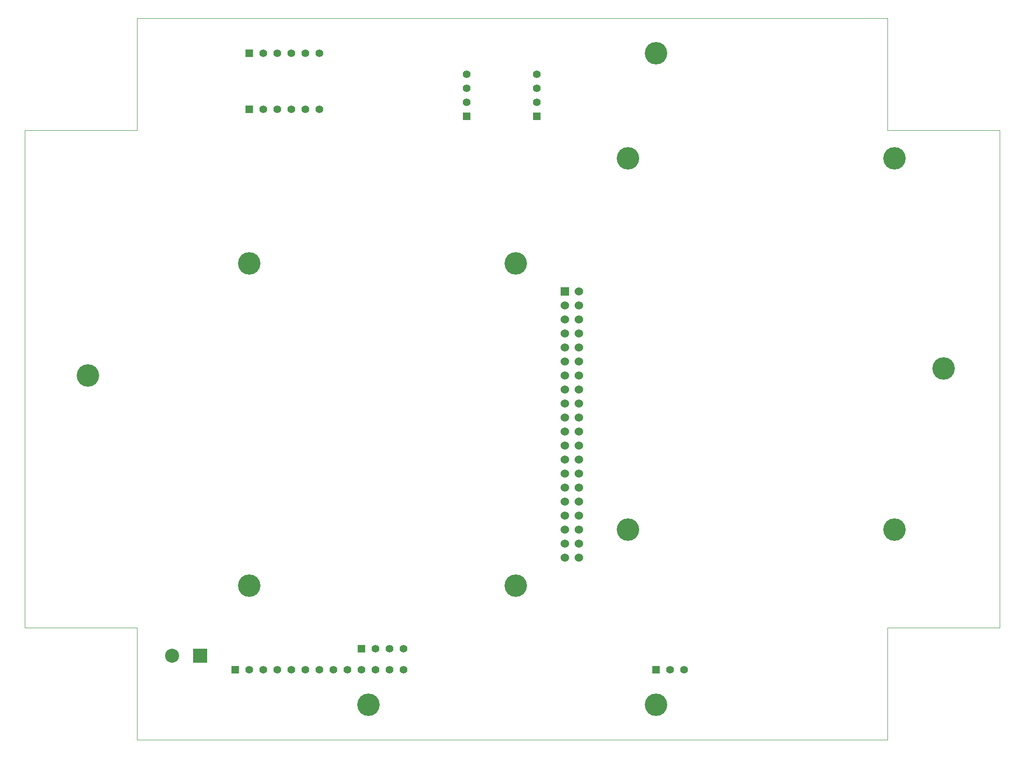
<source format=gbr>
G04 #@! TF.FileFunction,Soldermask,Top*
%FSLAX46Y46*%
G04 Gerber Fmt 4.6, Leading zero omitted, Abs format (unit mm)*
G04 Created by KiCad (PCBNEW 4.0.5+dfsg1-4+deb9u1) date Tue Sep 27 18:47:41 2022*
%MOMM*%
%LPD*%
G01*
G04 APERTURE LIST*
%ADD10C,0.100000*%
%ADD11R,1.524000X1.524000*%
%ADD12C,1.524000*%
%ADD13R,1.397000X1.397000*%
%ADD14C,1.397000*%
%ADD15C,4.064000*%
%ADD16R,2.540000X2.540000*%
%ADD17C,2.540000*%
G04 APERTURE END LIST*
D10*
X213360000Y-163830000D02*
X77470000Y-163830000D01*
X213360000Y-143510000D02*
X213360000Y-163830000D01*
X233680000Y-143510000D02*
X213360000Y-143510000D01*
X233680000Y-53340000D02*
X233680000Y-143510000D01*
X213360000Y-53340000D02*
X233680000Y-53340000D01*
X213360000Y-33020000D02*
X213360000Y-53340000D01*
X77470000Y-33020000D02*
X213360000Y-33020000D01*
X77470000Y-53340000D02*
X77470000Y-33020000D01*
X57150000Y-53340000D02*
X77470000Y-53340000D01*
X57150000Y-143510000D02*
X57150000Y-53340000D01*
X77470000Y-143510000D02*
X57150000Y-143510000D01*
X77470000Y-163830000D02*
X77470000Y-143510000D01*
X139700000Y-163830000D02*
X207010000Y-163830000D01*
X139700000Y-163830000D02*
X78740000Y-163830000D01*
D11*
X154940000Y-82550000D03*
D12*
X157480000Y-82550000D03*
X154940000Y-95250000D03*
X157480000Y-85090000D03*
X154940000Y-97790000D03*
X157480000Y-87630000D03*
X154940000Y-100330000D03*
X157480000Y-90170000D03*
X154940000Y-102870000D03*
X157480000Y-92710000D03*
X154940000Y-105410000D03*
X157480000Y-95250000D03*
X154940000Y-107950000D03*
X157480000Y-97790000D03*
X154940000Y-110490000D03*
X157480000Y-100330000D03*
X154940000Y-113030000D03*
X157480000Y-102870000D03*
X154940000Y-115570000D03*
X157480000Y-105410000D03*
X154940000Y-118110000D03*
X157480000Y-107950000D03*
X154940000Y-120650000D03*
X157480000Y-110490000D03*
X157480000Y-113030000D03*
X154940000Y-123190000D03*
X157480000Y-115570000D03*
X157480000Y-120650000D03*
X157480000Y-123190000D03*
X157480000Y-125730000D03*
X157480000Y-128270000D03*
X154940000Y-125730000D03*
X154940000Y-128270000D03*
X154940000Y-85090000D03*
X154940000Y-87630000D03*
X154940000Y-90170000D03*
X154940000Y-92710000D03*
X154940000Y-130810000D03*
X157480000Y-130810000D03*
X157480000Y-118110000D03*
D13*
X95250000Y-151130000D03*
D14*
X97790000Y-151130000D03*
X100330000Y-151130000D03*
X102870000Y-151130000D03*
X105410000Y-151130000D03*
X107950000Y-151130000D03*
X110490000Y-151130000D03*
X113030000Y-151130000D03*
X115570000Y-151130000D03*
X118110000Y-151130000D03*
X120650000Y-151130000D03*
X123190000Y-151130000D03*
X125730000Y-151130000D03*
D15*
X97790000Y-135890000D03*
X146050000Y-135890000D03*
X97790000Y-77470000D03*
X146050000Y-77470000D03*
X166370000Y-58420000D03*
X214630000Y-58420000D03*
X166370000Y-125730000D03*
X214630000Y-125730000D03*
D13*
X137160000Y-50800000D03*
D14*
X137160000Y-48260000D03*
X137160000Y-45720000D03*
X137160000Y-43180000D03*
D13*
X149860000Y-50800000D03*
D14*
X149860000Y-48260000D03*
X149860000Y-45720000D03*
X149860000Y-43180000D03*
D13*
X97790000Y-39370000D03*
D14*
X100330000Y-39370000D03*
X102870000Y-39370000D03*
X105410000Y-39370000D03*
X107950000Y-39370000D03*
X110490000Y-39370000D03*
D13*
X97790000Y-49530000D03*
D14*
X100330000Y-49530000D03*
X102870000Y-49530000D03*
X105410000Y-49530000D03*
X107950000Y-49530000D03*
X110490000Y-49530000D03*
D15*
X68580000Y-97790000D03*
X171450000Y-39370000D03*
X223520000Y-96520000D03*
X119380000Y-157480000D03*
X171450000Y-157480000D03*
D16*
X88900000Y-148590000D03*
D17*
X83820000Y-148590000D03*
D13*
X118110000Y-147320000D03*
D14*
X120650000Y-147320000D03*
X123190000Y-147320000D03*
X125730000Y-147320000D03*
D13*
X171450000Y-151130000D03*
D14*
X173990000Y-151130000D03*
X176530000Y-151130000D03*
M02*

</source>
